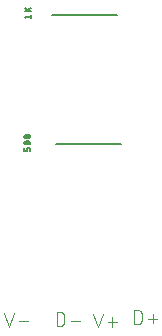
<source format=gbr>
G04 EAGLE Gerber RS-274X export*
G75*
%MOMM*%
%FSLAX34Y34*%
%LPD*%
%INSilkscreen Top*%
%IPPOS*%
%AMOC8*
5,1,8,0,0,1.08239X$1,22.5*%
G01*
%ADD10C,0.127000*%
%ADD11C,0.101600*%


D10*
X53275Y170733D02*
X53275Y172342D01*
X53273Y172407D01*
X53267Y172471D01*
X53257Y172535D01*
X53244Y172599D01*
X53226Y172661D01*
X53205Y172722D01*
X53181Y172782D01*
X53152Y172840D01*
X53120Y172897D01*
X53085Y172951D01*
X53047Y173003D01*
X53005Y173053D01*
X52961Y173100D01*
X52914Y173144D01*
X52864Y173186D01*
X52812Y173224D01*
X52758Y173259D01*
X52701Y173291D01*
X52643Y173320D01*
X52583Y173344D01*
X52522Y173365D01*
X52460Y173383D01*
X52396Y173396D01*
X52332Y173406D01*
X52268Y173412D01*
X52203Y173414D01*
X51666Y173414D01*
X51601Y173412D01*
X51537Y173406D01*
X51473Y173396D01*
X51409Y173383D01*
X51347Y173365D01*
X51286Y173344D01*
X51226Y173320D01*
X51168Y173291D01*
X51111Y173259D01*
X51057Y173224D01*
X51005Y173186D01*
X50955Y173144D01*
X50908Y173100D01*
X50864Y173053D01*
X50822Y173003D01*
X50784Y172951D01*
X50749Y172897D01*
X50717Y172840D01*
X50688Y172782D01*
X50664Y172722D01*
X50643Y172661D01*
X50625Y172599D01*
X50612Y172535D01*
X50602Y172471D01*
X50596Y172407D01*
X50594Y172342D01*
X50594Y170733D01*
X48449Y170733D01*
X48449Y173414D01*
X49119Y176622D02*
X49228Y176571D01*
X49339Y176523D01*
X49450Y176479D01*
X49563Y176438D01*
X49678Y176400D01*
X49793Y176366D01*
X49909Y176336D01*
X50026Y176309D01*
X50144Y176285D01*
X50263Y176265D01*
X50382Y176249D01*
X50502Y176236D01*
X50622Y176227D01*
X50742Y176222D01*
X50862Y176220D01*
X49119Y176622D02*
X49062Y176643D01*
X49006Y176669D01*
X48951Y176697D01*
X48899Y176729D01*
X48848Y176765D01*
X48800Y176803D01*
X48754Y176844D01*
X48711Y176888D01*
X48671Y176934D01*
X48634Y176983D01*
X48600Y177035D01*
X48569Y177088D01*
X48541Y177143D01*
X48517Y177199D01*
X48496Y177257D01*
X48479Y177316D01*
X48466Y177376D01*
X48457Y177437D01*
X48451Y177499D01*
X48449Y177560D01*
X48451Y177621D01*
X48457Y177683D01*
X48466Y177744D01*
X48479Y177804D01*
X48496Y177863D01*
X48517Y177921D01*
X48541Y177977D01*
X48569Y178032D01*
X48600Y178085D01*
X48634Y178137D01*
X48671Y178186D01*
X48711Y178232D01*
X48754Y178276D01*
X48800Y178317D01*
X48848Y178355D01*
X48899Y178391D01*
X48951Y178423D01*
X49006Y178451D01*
X49062Y178477D01*
X49119Y178498D01*
X49228Y178549D01*
X49339Y178597D01*
X49450Y178641D01*
X49563Y178682D01*
X49678Y178720D01*
X49793Y178754D01*
X49909Y178784D01*
X50026Y178811D01*
X50144Y178835D01*
X50263Y178855D01*
X50382Y178871D01*
X50502Y178884D01*
X50622Y178893D01*
X50742Y178898D01*
X50862Y178900D01*
X50862Y176220D02*
X50982Y176222D01*
X51102Y176227D01*
X51222Y176236D01*
X51342Y176249D01*
X51461Y176265D01*
X51580Y176285D01*
X51698Y176309D01*
X51815Y176336D01*
X51931Y176366D01*
X52046Y176400D01*
X52161Y176438D01*
X52274Y176479D01*
X52385Y176523D01*
X52496Y176571D01*
X52605Y176622D01*
X52662Y176643D01*
X52718Y176669D01*
X52773Y176697D01*
X52825Y176729D01*
X52876Y176765D01*
X52924Y176803D01*
X52970Y176844D01*
X53013Y176888D01*
X53053Y176934D01*
X53090Y176983D01*
X53124Y177035D01*
X53155Y177088D01*
X53183Y177143D01*
X53207Y177199D01*
X53228Y177257D01*
X53245Y177316D01*
X53258Y177376D01*
X53267Y177437D01*
X53273Y177499D01*
X53275Y177560D01*
X52605Y178498D02*
X52496Y178549D01*
X52385Y178597D01*
X52274Y178641D01*
X52161Y178682D01*
X52046Y178720D01*
X51931Y178754D01*
X51815Y178784D01*
X51698Y178811D01*
X51580Y178835D01*
X51461Y178855D01*
X51342Y178871D01*
X51222Y178884D01*
X51102Y178893D01*
X50982Y178898D01*
X50862Y178900D01*
X52605Y178498D02*
X52662Y178477D01*
X52718Y178451D01*
X52773Y178423D01*
X52825Y178391D01*
X52876Y178355D01*
X52924Y178317D01*
X52970Y178276D01*
X53013Y178232D01*
X53053Y178185D01*
X53090Y178137D01*
X53124Y178085D01*
X53155Y178032D01*
X53183Y177977D01*
X53207Y177921D01*
X53228Y177863D01*
X53245Y177804D01*
X53258Y177744D01*
X53267Y177683D01*
X53273Y177621D01*
X53275Y177560D01*
X52203Y176488D02*
X49521Y178632D01*
X50862Y181706D02*
X50742Y181708D01*
X50622Y181713D01*
X50502Y181722D01*
X50382Y181735D01*
X50263Y181751D01*
X50144Y181771D01*
X50026Y181795D01*
X49909Y181822D01*
X49793Y181852D01*
X49678Y181886D01*
X49563Y181924D01*
X49450Y181965D01*
X49339Y182009D01*
X49228Y182057D01*
X49119Y182108D01*
X49062Y182129D01*
X49006Y182155D01*
X48951Y182183D01*
X48899Y182215D01*
X48848Y182251D01*
X48800Y182289D01*
X48754Y182330D01*
X48711Y182374D01*
X48671Y182420D01*
X48634Y182469D01*
X48600Y182521D01*
X48569Y182574D01*
X48541Y182629D01*
X48517Y182685D01*
X48496Y182743D01*
X48479Y182802D01*
X48466Y182862D01*
X48457Y182923D01*
X48451Y182985D01*
X48449Y183046D01*
X48451Y183107D01*
X48457Y183169D01*
X48466Y183230D01*
X48479Y183290D01*
X48496Y183349D01*
X48517Y183407D01*
X48541Y183463D01*
X48569Y183518D01*
X48600Y183571D01*
X48634Y183623D01*
X48671Y183672D01*
X48711Y183718D01*
X48754Y183762D01*
X48800Y183803D01*
X48848Y183841D01*
X48899Y183877D01*
X48951Y183909D01*
X49006Y183937D01*
X49062Y183963D01*
X49119Y183984D01*
X49119Y183985D02*
X49228Y184036D01*
X49339Y184084D01*
X49450Y184128D01*
X49563Y184169D01*
X49678Y184207D01*
X49793Y184241D01*
X49909Y184271D01*
X50026Y184298D01*
X50144Y184322D01*
X50263Y184342D01*
X50382Y184358D01*
X50502Y184371D01*
X50622Y184380D01*
X50742Y184385D01*
X50862Y184387D01*
X50862Y181706D02*
X50982Y181708D01*
X51102Y181713D01*
X51222Y181722D01*
X51342Y181735D01*
X51461Y181751D01*
X51580Y181771D01*
X51698Y181795D01*
X51815Y181822D01*
X51931Y181852D01*
X52046Y181886D01*
X52161Y181924D01*
X52274Y181965D01*
X52385Y182009D01*
X52496Y182057D01*
X52605Y182108D01*
X52662Y182129D01*
X52718Y182155D01*
X52773Y182183D01*
X52825Y182215D01*
X52876Y182251D01*
X52924Y182289D01*
X52970Y182330D01*
X53013Y182374D01*
X53053Y182420D01*
X53090Y182469D01*
X53124Y182521D01*
X53155Y182574D01*
X53183Y182629D01*
X53207Y182685D01*
X53228Y182743D01*
X53245Y182802D01*
X53258Y182862D01*
X53267Y182923D01*
X53273Y182985D01*
X53275Y183046D01*
X52605Y183985D02*
X52496Y184036D01*
X52385Y184084D01*
X52274Y184128D01*
X52161Y184169D01*
X52046Y184207D01*
X51931Y184241D01*
X51815Y184271D01*
X51698Y184298D01*
X51580Y184322D01*
X51461Y184342D01*
X51342Y184358D01*
X51222Y184371D01*
X51102Y184380D01*
X50982Y184385D01*
X50862Y184387D01*
X52605Y183984D02*
X52662Y183963D01*
X52718Y183937D01*
X52773Y183909D01*
X52825Y183877D01*
X52876Y183841D01*
X52924Y183803D01*
X52970Y183762D01*
X53013Y183718D01*
X53053Y183671D01*
X53090Y183623D01*
X53124Y183571D01*
X53155Y183518D01*
X53183Y183463D01*
X53207Y183407D01*
X53228Y183349D01*
X53245Y183290D01*
X53258Y183230D01*
X53267Y183169D01*
X53273Y183107D01*
X53275Y183046D01*
X52203Y181974D02*
X49521Y184119D01*
X49901Y283112D02*
X48829Y284452D01*
X53655Y284452D01*
X53655Y283112D02*
X53655Y285793D01*
X53655Y288927D02*
X48829Y288927D01*
X48829Y291608D02*
X51778Y288927D01*
X50706Y290000D02*
X53655Y291608D01*
X75040Y177030D02*
X130340Y177030D01*
X126820Y286190D02*
X71520Y286190D01*
D11*
X31551Y33732D02*
X35445Y22048D01*
X39340Y33732D01*
X43743Y26592D02*
X51532Y26592D01*
X106858Y33052D02*
X110753Y21368D01*
X114647Y33052D01*
X119050Y25912D02*
X126839Y25912D01*
X122945Y29806D02*
X122945Y22017D01*
X75688Y22608D02*
X75688Y34292D01*
X78934Y34292D01*
X79047Y34290D01*
X79160Y34284D01*
X79273Y34274D01*
X79386Y34260D01*
X79498Y34243D01*
X79609Y34221D01*
X79719Y34196D01*
X79829Y34166D01*
X79937Y34133D01*
X80044Y34096D01*
X80150Y34056D01*
X80254Y34011D01*
X80357Y33963D01*
X80458Y33912D01*
X80557Y33857D01*
X80654Y33799D01*
X80749Y33737D01*
X80842Y33672D01*
X80932Y33604D01*
X81020Y33533D01*
X81106Y33458D01*
X81189Y33381D01*
X81269Y33301D01*
X81346Y33218D01*
X81421Y33132D01*
X81492Y33044D01*
X81560Y32954D01*
X81625Y32861D01*
X81687Y32766D01*
X81745Y32669D01*
X81800Y32570D01*
X81851Y32469D01*
X81899Y32366D01*
X81944Y32262D01*
X81984Y32156D01*
X82021Y32049D01*
X82054Y31941D01*
X82084Y31831D01*
X82109Y31721D01*
X82131Y31610D01*
X82148Y31498D01*
X82162Y31385D01*
X82172Y31272D01*
X82178Y31159D01*
X82180Y31046D01*
X82179Y31046D02*
X82179Y25854D01*
X82180Y25854D02*
X82178Y25741D01*
X82172Y25628D01*
X82162Y25515D01*
X82148Y25402D01*
X82131Y25290D01*
X82109Y25179D01*
X82084Y25069D01*
X82054Y24959D01*
X82021Y24851D01*
X81984Y24744D01*
X81944Y24638D01*
X81899Y24534D01*
X81851Y24431D01*
X81800Y24330D01*
X81745Y24231D01*
X81687Y24134D01*
X81625Y24039D01*
X81560Y23946D01*
X81492Y23856D01*
X81421Y23768D01*
X81346Y23682D01*
X81269Y23599D01*
X81189Y23519D01*
X81106Y23442D01*
X81020Y23367D01*
X80932Y23296D01*
X80842Y23228D01*
X80749Y23163D01*
X80654Y23101D01*
X80557Y23043D01*
X80458Y22988D01*
X80357Y22937D01*
X80254Y22889D01*
X80150Y22844D01*
X80044Y22804D01*
X79937Y22767D01*
X79829Y22734D01*
X79719Y22704D01*
X79609Y22679D01*
X79498Y22657D01*
X79386Y22640D01*
X79273Y22626D01*
X79160Y22616D01*
X79047Y22610D01*
X78934Y22608D01*
X75688Y22608D01*
X87612Y27152D02*
X95401Y27152D01*
X141248Y24258D02*
X141248Y35942D01*
X144494Y35942D01*
X144607Y35940D01*
X144720Y35934D01*
X144833Y35924D01*
X144946Y35910D01*
X145058Y35893D01*
X145169Y35871D01*
X145279Y35846D01*
X145389Y35816D01*
X145497Y35783D01*
X145604Y35746D01*
X145710Y35706D01*
X145814Y35661D01*
X145917Y35613D01*
X146018Y35562D01*
X146117Y35507D01*
X146214Y35449D01*
X146309Y35387D01*
X146402Y35322D01*
X146492Y35254D01*
X146580Y35183D01*
X146666Y35108D01*
X146749Y35031D01*
X146829Y34951D01*
X146906Y34868D01*
X146981Y34782D01*
X147052Y34694D01*
X147120Y34604D01*
X147185Y34511D01*
X147247Y34416D01*
X147305Y34319D01*
X147360Y34220D01*
X147411Y34119D01*
X147459Y34016D01*
X147504Y33912D01*
X147544Y33806D01*
X147581Y33699D01*
X147614Y33591D01*
X147644Y33481D01*
X147669Y33371D01*
X147691Y33260D01*
X147708Y33148D01*
X147722Y33035D01*
X147732Y32922D01*
X147738Y32809D01*
X147740Y32696D01*
X147739Y32696D02*
X147739Y27504D01*
X147740Y27504D02*
X147738Y27391D01*
X147732Y27278D01*
X147722Y27165D01*
X147708Y27052D01*
X147691Y26940D01*
X147669Y26829D01*
X147644Y26719D01*
X147614Y26609D01*
X147581Y26501D01*
X147544Y26394D01*
X147504Y26288D01*
X147459Y26184D01*
X147411Y26081D01*
X147360Y25980D01*
X147305Y25881D01*
X147247Y25784D01*
X147185Y25689D01*
X147120Y25596D01*
X147052Y25506D01*
X146981Y25418D01*
X146906Y25332D01*
X146829Y25249D01*
X146749Y25169D01*
X146666Y25092D01*
X146580Y25017D01*
X146492Y24946D01*
X146402Y24878D01*
X146309Y24813D01*
X146214Y24751D01*
X146117Y24693D01*
X146018Y24638D01*
X145917Y24587D01*
X145814Y24539D01*
X145710Y24494D01*
X145604Y24454D01*
X145497Y24417D01*
X145389Y24384D01*
X145279Y24354D01*
X145169Y24329D01*
X145058Y24307D01*
X144946Y24290D01*
X144833Y24276D01*
X144720Y24266D01*
X144607Y24260D01*
X144494Y24258D01*
X141248Y24258D01*
X153172Y28802D02*
X160961Y28802D01*
X157067Y32696D02*
X157067Y24907D01*
M02*

</source>
